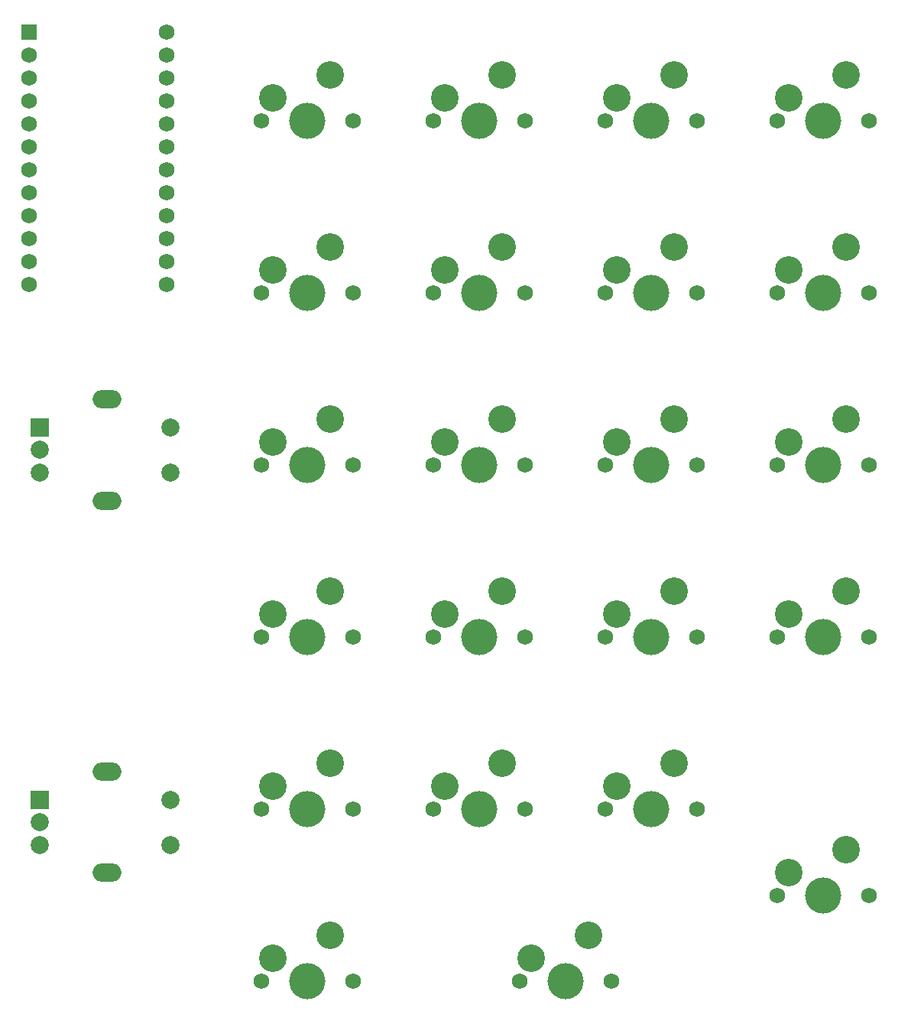
<source format=gts>
G04 #@! TF.GenerationSoftware,KiCad,Pcbnew,8.0.2*
G04 #@! TF.CreationDate,2024-06-05T18:53:51-04:00*
G04 #@! TF.ProjectId,CSP_macropad_arduino,4353505f-6d61-4637-926f-7061645f6172,rev?*
G04 #@! TF.SameCoordinates,Original*
G04 #@! TF.FileFunction,Soldermask,Top*
G04 #@! TF.FilePolarity,Negative*
%FSLAX46Y46*%
G04 Gerber Fmt 4.6, Leading zero omitted, Abs format (unit mm)*
G04 Created by KiCad (PCBNEW 8.0.2) date 2024-06-05 18:53:51*
%MOMM*%
%LPD*%
G01*
G04 APERTURE LIST*
%ADD10C,1.750000*%
%ADD11C,3.050000*%
%ADD12C,4.000000*%
%ADD13O,3.200000X2.000000*%
%ADD14R,2.000000X2.000000*%
%ADD15C,2.000000*%
%ADD16R,1.752600X1.752600*%
%ADD17C,1.752600*%
G04 APERTURE END LIST*
D10*
X109882500Y-71772500D03*
D11*
X107342500Y-66692500D03*
D12*
X104802500Y-71772500D03*
D11*
X100992500Y-69232500D03*
D10*
X99722500Y-71772500D03*
X99722500Y-33662500D03*
D11*
X100992500Y-31122500D03*
D12*
X104802500Y-33662500D03*
D11*
X107342500Y-28582500D03*
D10*
X109882500Y-33662500D03*
X137832500Y-119410000D03*
D11*
X139102500Y-116870000D03*
D12*
X142912500Y-119410000D03*
D11*
X145452500Y-114330000D03*
D10*
X147992500Y-119410000D03*
X99722500Y-90827500D03*
D11*
X100992500Y-88287500D03*
D12*
X104802500Y-90827500D03*
D11*
X107342500Y-85747500D03*
D10*
X109882500Y-90827500D03*
D13*
X63570082Y-105702500D03*
X63570082Y-116902500D03*
D14*
X56070082Y-108802500D03*
D15*
X56070082Y-113802500D03*
X56070082Y-111302500D03*
X70570082Y-113802500D03*
X70570082Y-108802500D03*
D10*
X118777500Y-109882500D03*
D11*
X120047500Y-107342500D03*
D12*
X123857500Y-109882500D03*
D11*
X126397500Y-104802500D03*
D10*
X128937500Y-109882500D03*
X118777500Y-52717500D03*
D11*
X120047500Y-50177500D03*
D12*
X123857500Y-52717500D03*
D11*
X126397500Y-47637500D03*
D10*
X128937500Y-52717500D03*
X137832500Y-71772500D03*
D11*
X139102500Y-69232500D03*
D12*
X142912500Y-71772500D03*
D11*
X145452500Y-66692500D03*
D10*
X147992500Y-71772500D03*
X118777500Y-71772500D03*
D11*
X120047500Y-69232500D03*
D12*
X123857500Y-71772500D03*
D11*
X126397500Y-66692500D03*
D10*
X128937500Y-71772500D03*
X80667500Y-33662500D03*
D11*
X81937500Y-31122500D03*
D12*
X85747500Y-33662500D03*
D11*
X88287500Y-28582500D03*
D10*
X90827500Y-33662500D03*
X137832500Y-52717500D03*
D11*
X139102500Y-50177500D03*
D12*
X142912500Y-52717500D03*
D11*
X145452500Y-47637500D03*
D10*
X147992500Y-52717500D03*
D13*
X63570082Y-64492500D03*
X63570082Y-75692500D03*
D14*
X56070082Y-67592500D03*
D15*
X56070082Y-72592500D03*
X56070082Y-70092500D03*
X70570082Y-72592500D03*
X70570082Y-67592500D03*
D16*
X54943250Y-23818750D03*
D17*
X54943250Y-26358750D03*
X54943250Y-28898750D03*
X54943250Y-31438750D03*
X54943250Y-33978750D03*
X54943250Y-36518750D03*
X54943250Y-39058750D03*
X54943250Y-41598750D03*
X54943250Y-44138750D03*
X54943250Y-46678750D03*
X54943250Y-49218750D03*
X54943250Y-51758750D03*
X70183250Y-51758750D03*
X70183250Y-49218750D03*
X70183250Y-46678750D03*
X70183250Y-44138750D03*
X70183250Y-41598750D03*
X70183250Y-39058750D03*
X70183250Y-36518750D03*
X70183250Y-33978750D03*
X70183250Y-31438750D03*
X70183250Y-28898750D03*
X70183250Y-26358750D03*
X70183250Y-23818750D03*
D10*
X137832500Y-90827500D03*
D11*
X139102500Y-88287500D03*
D12*
X142912500Y-90827500D03*
D11*
X145452500Y-85747500D03*
D10*
X147992500Y-90827500D03*
X80667500Y-52717500D03*
D11*
X81937500Y-50177500D03*
D12*
X85747500Y-52717500D03*
D11*
X88287500Y-47637500D03*
D10*
X90827500Y-52717500D03*
X80667500Y-71772500D03*
D11*
X81937500Y-69232500D03*
D12*
X85747500Y-71772500D03*
D11*
X88287500Y-66692500D03*
D10*
X90827500Y-71772500D03*
X80667500Y-128937500D03*
D11*
X81937500Y-126397500D03*
D12*
X85747500Y-128937500D03*
D11*
X88287500Y-123857500D03*
D10*
X90827500Y-128937500D03*
X109250000Y-128937500D03*
D11*
X110520000Y-126397500D03*
D12*
X114330000Y-128937500D03*
D11*
X116870000Y-123857500D03*
D10*
X119410000Y-128937500D03*
X99722500Y-109882500D03*
D11*
X100992500Y-107342500D03*
D12*
X104802500Y-109882500D03*
D11*
X107342500Y-104802500D03*
D10*
X109882500Y-109882500D03*
X137832500Y-33662500D03*
D11*
X139102500Y-31122500D03*
D12*
X142912500Y-33662500D03*
D11*
X145452500Y-28582500D03*
D10*
X147992500Y-33662500D03*
X80667500Y-90827500D03*
D11*
X81937500Y-88287500D03*
D12*
X85747500Y-90827500D03*
D11*
X88287500Y-85747500D03*
D10*
X90827500Y-90827500D03*
X118777500Y-90827500D03*
D11*
X120047500Y-88287500D03*
D12*
X123857500Y-90827500D03*
D11*
X126397500Y-85747500D03*
D10*
X128937500Y-90827500D03*
X99722500Y-52717500D03*
D11*
X100992500Y-50177500D03*
D12*
X104802500Y-52717500D03*
D11*
X107342500Y-47637500D03*
D10*
X109882500Y-52717500D03*
X118777500Y-33662500D03*
D11*
X120047500Y-31122500D03*
D12*
X123857500Y-33662500D03*
D11*
X126397500Y-28582500D03*
D10*
X128937500Y-33662500D03*
X80667500Y-109882500D03*
D11*
X81937500Y-107342500D03*
D12*
X85747500Y-109882500D03*
D11*
X88287500Y-104802500D03*
D10*
X90827500Y-109882500D03*
M02*

</source>
